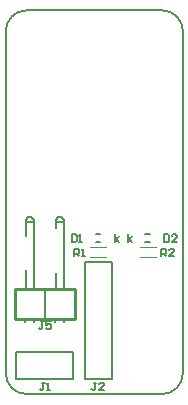
<source format=gto>
G04*
G04 #@! TF.GenerationSoftware,Altium Limited,Altium Designer,23.0.1 (38)*
G04*
G04 Layer_Color=65535*
%FSLAX24Y24*%
%MOIN*%
G70*
G04*
G04 #@! TF.SameCoordinates,9BD69B8C-B535-481D-991D-221D870DF5CB*
G04*
G04*
G04 #@! TF.FilePolarity,Positive*
G04*
G01*
G75*
%ADD10C,0.0080*%
%ADD11C,0.0059*%
%ADD12C,0.0100*%
%ADD13C,0.0080*%
%ADD14C,0.0060*%
%ADD15C,0.0030*%
%ADD16C,0.0070*%
G36*
X4101Y5184D02*
X4165Y5258D01*
X4233D01*
X4161Y5181D01*
X4238Y5049D01*
X4178D01*
X4126Y5143D01*
X4101Y5116D01*
Y5049D01*
X4045D01*
Y5337D01*
X4101D01*
Y5184D01*
D02*
G37*
G36*
X3668D02*
X3732Y5258D01*
X3800D01*
X3728Y5181D01*
X3805Y5049D01*
X3745D01*
X3692Y5143D01*
X3668Y5116D01*
Y5049D01*
X3612D01*
Y5337D01*
X3668D01*
Y5184D01*
D02*
G37*
D10*
X0Y700D02*
G03*
X700Y0I700J0D01*
G01*
X5206D02*
G03*
X5906Y700I0J700D01*
G01*
X700Y12795D02*
G03*
X0Y12095I0J-700D01*
G01*
X5906D02*
G03*
X5206Y12795I-700J0D01*
G01*
X2630Y510D02*
X3080D01*
X2630D02*
Y2410D01*
X3080Y510D02*
X3530D01*
Y2410D01*
X2630Y4410D02*
X3080D01*
X3530D01*
Y2510D02*
Y4410D01*
X2630Y2510D02*
Y4410D01*
X2250Y510D02*
Y960D01*
X350Y510D02*
X2250D01*
Y960D02*
Y1410D01*
X350D02*
X2250D01*
X350Y960D02*
Y1410D01*
Y510D02*
Y960D01*
X700Y0D02*
X5206D01*
X0Y700D02*
Y1000D01*
X-0D02*
X0Y12095D01*
X700Y12795D02*
X5206D01*
X5906Y700D02*
Y12095D01*
D11*
X689Y4144D02*
X690Y3500D01*
X1690D02*
X1693Y4035D01*
X1690Y5531D02*
Y5788D01*
X660Y2390D02*
Y2500D01*
X960Y2390D02*
Y2500D01*
X760Y5888D02*
X860D01*
X1710Y5738D02*
X1910Y5738D01*
X710D02*
X910D01*
X1310Y2500D02*
Y3500D01*
X1930D02*
Y5788D01*
X1760Y5888D02*
X1860Y5888D01*
X690Y5276D02*
Y5788D01*
X930Y3500D02*
X930Y5788D01*
X1960Y2390D02*
Y2500D01*
X1660Y2390D02*
Y2500D01*
X690Y5788D02*
X760Y5888D01*
X860D02*
X930Y5788D01*
X1690Y5788D02*
X1760Y5888D01*
X1860Y5888D02*
X1930Y5788D01*
D12*
X310Y2520D02*
Y3500D01*
Y2520D02*
X2310D01*
Y3500D01*
X310D02*
X2310D01*
D13*
X2630Y2410D02*
Y2510D01*
X3530Y2410D02*
Y2510D01*
D14*
X4656Y5062D02*
X4813D01*
X4656Y5338D02*
X4813D01*
X3002Y5062D02*
X3159D01*
X3002Y5338D02*
X3159D01*
D15*
X4734Y4570D02*
X5004D01*
X4464D02*
X4734D01*
X4464Y4890D02*
X4734D01*
X5004D01*
X2810D02*
X3080D01*
X3350D01*
X3080Y4570D02*
X3350D01*
X2810D02*
X3080D01*
D16*
X1267Y2428D02*
X1184D01*
X1226D01*
Y2220D01*
X1184Y2178D01*
X1142D01*
X1101Y2220D01*
X1517Y2428D02*
X1351D01*
Y2303D01*
X1434Y2345D01*
X1476D01*
X1517Y2303D01*
Y2220D01*
X1476Y2178D01*
X1392D01*
X1351Y2220D01*
X5284Y5322D02*
Y5072D01*
X5409D01*
X5450Y5114D01*
Y5280D01*
X5409Y5322D01*
X5284D01*
X5700Y5072D02*
X5534D01*
X5700Y5239D01*
Y5280D01*
X5659Y5322D01*
X5575D01*
X5534Y5280D01*
X2196Y5322D02*
Y5072D01*
X2321D01*
X2362Y5114D01*
Y5280D01*
X2321Y5322D01*
X2196D01*
X2446Y5072D02*
X2529D01*
X2487D01*
Y5322D01*
X2446Y5280D01*
X2293Y4596D02*
Y4846D01*
X2418D01*
X2460Y4805D01*
Y4721D01*
X2418Y4680D01*
X2293D01*
X2377D02*
X2460Y4596D01*
X2543D02*
X2627D01*
X2585D01*
Y4846D01*
X2543Y4805D01*
X5187Y4596D02*
Y4846D01*
X5312D01*
X5354Y4805D01*
Y4721D01*
X5312Y4680D01*
X5187D01*
X5270D02*
X5354Y4596D01*
X5604D02*
X5437D01*
X5604Y4763D01*
Y4805D01*
X5562Y4846D01*
X5479D01*
X5437Y4805D01*
X3021Y378D02*
X2938D01*
X2979D01*
Y170D01*
X2938Y128D01*
X2896D01*
X2854Y170D01*
X3271Y128D02*
X3104D01*
X3271Y295D01*
Y336D01*
X3229Y378D01*
X3146D01*
X3104Y336D01*
X1299Y378D02*
X1215D01*
X1257D01*
Y170D01*
X1215Y128D01*
X1174D01*
X1132Y170D01*
X1382Y128D02*
X1465D01*
X1423D01*
Y378D01*
X1382Y336D01*
M02*

</source>
